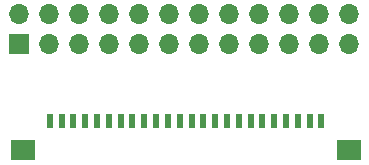
<source format=gbr>
%TF.GenerationSoftware,KiCad,Pcbnew,7.0.6*%
%TF.CreationDate,2025-05-21T13:55:29+01:00*%
%TF.ProjectId,CubeConnector,43756265-436f-46e6-9e65-63746f722e6b,rev?*%
%TF.SameCoordinates,Original*%
%TF.FileFunction,Soldermask,Top*%
%TF.FilePolarity,Negative*%
%FSLAX46Y46*%
G04 Gerber Fmt 4.6, Leading zero omitted, Abs format (unit mm)*
G04 Created by KiCad (PCBNEW 7.0.6) date 2025-05-21 13:55:29*
%MOMM*%
%LPD*%
G01*
G04 APERTURE LIST*
%ADD10R,1.700000X1.700000*%
%ADD11O,1.700000X1.700000*%
%ADD12R,2.000000X1.800000*%
%ADD13R,0.600000X1.300000*%
G04 APERTURE END LIST*
D10*
%TO.C,REF\u002A\u002A*%
X61280000Y-24600000D03*
D11*
X61280000Y-22060000D03*
X63820000Y-24600000D03*
X63820000Y-22060000D03*
X66360000Y-24600000D03*
X66360000Y-22060000D03*
X68900000Y-24600000D03*
X68900000Y-22060000D03*
X71440000Y-24600000D03*
X71440000Y-22060000D03*
X73980000Y-24600000D03*
X73980000Y-22060000D03*
X76520000Y-24600000D03*
X76520000Y-22060000D03*
X79060000Y-24600000D03*
X79060000Y-22060000D03*
X81600000Y-24600000D03*
X81600000Y-22060000D03*
X84140000Y-24600000D03*
X84140000Y-22060000D03*
X86680000Y-24600000D03*
X86680000Y-22060000D03*
X89220000Y-24600000D03*
X89220000Y-22060000D03*
%TD*%
D12*
%TO.C,REF\u002A\u002A*%
X61600000Y-33600000D03*
X89200000Y-33600000D03*
D13*
X63900000Y-31100000D03*
X64900000Y-31100000D03*
X65900000Y-31100000D03*
X66900000Y-31100000D03*
X67900000Y-31100000D03*
X68900000Y-31100000D03*
X69900000Y-31100000D03*
X70900000Y-31100000D03*
X71900000Y-31100000D03*
X72900000Y-31100000D03*
X73900000Y-31100000D03*
X74900000Y-31100000D03*
X75900000Y-31100000D03*
X76900000Y-31100000D03*
X77900000Y-31100000D03*
X78900000Y-31100000D03*
X79900000Y-31100000D03*
X80900000Y-31100000D03*
X81900000Y-31100000D03*
X82900000Y-31100000D03*
X83900000Y-31100000D03*
X84900000Y-31100000D03*
X85900000Y-31100000D03*
X86900000Y-31100000D03*
%TD*%
M02*

</source>
